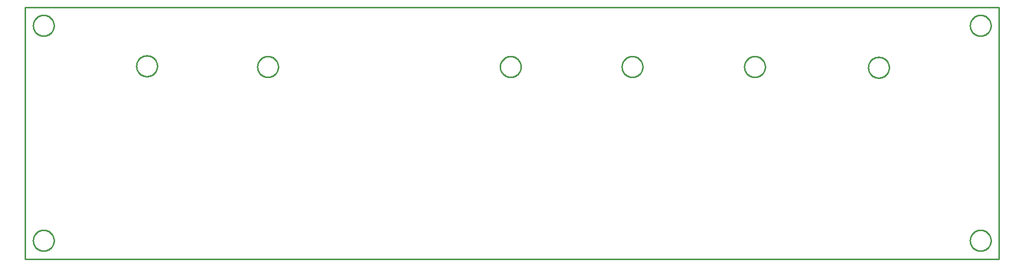
<source format=gbr>
G04 EAGLE Gerber RS-274X export*
G75*
%MOMM*%
%FSLAX34Y34*%
%LPD*%
%IN*%
%IPPOS*%
%AMOC8*
5,1,8,0,0,1.08239X$1,22.5*%
G01*
%ADD10C,0.254000*%


D10*
X0Y0D02*
X1676400Y0D01*
X1676400Y434340D01*
X0Y434340D01*
X0Y0D01*
X49657Y31164D02*
X49580Y29994D01*
X49427Y28831D01*
X49199Y27682D01*
X48895Y26549D01*
X48518Y25439D01*
X48070Y24356D01*
X47551Y23304D01*
X46965Y22289D01*
X46313Y21314D01*
X45600Y20384D01*
X44827Y19502D01*
X43998Y18673D01*
X43116Y17900D01*
X42186Y17187D01*
X41211Y16535D01*
X40196Y15949D01*
X39144Y15430D01*
X38061Y14982D01*
X36951Y14605D01*
X35818Y14301D01*
X34669Y14073D01*
X33506Y13920D01*
X32336Y13843D01*
X31164Y13843D01*
X29994Y13920D01*
X28831Y14073D01*
X27682Y14301D01*
X26549Y14605D01*
X25439Y14982D01*
X24356Y15430D01*
X23304Y15949D01*
X22289Y16535D01*
X21314Y17187D01*
X20384Y17900D01*
X19502Y18673D01*
X18673Y19502D01*
X17900Y20384D01*
X17187Y21314D01*
X16535Y22289D01*
X15949Y23304D01*
X15430Y24356D01*
X14982Y25439D01*
X14605Y26549D01*
X14301Y27682D01*
X14073Y28831D01*
X13920Y29994D01*
X13843Y31164D01*
X13843Y32336D01*
X13920Y33506D01*
X14073Y34669D01*
X14301Y35818D01*
X14605Y36951D01*
X14982Y38061D01*
X15430Y39144D01*
X15949Y40196D01*
X16535Y41211D01*
X17187Y42186D01*
X17900Y43116D01*
X18673Y43998D01*
X19502Y44827D01*
X20384Y45600D01*
X21314Y46313D01*
X22289Y46965D01*
X23304Y47551D01*
X24356Y48070D01*
X25439Y48518D01*
X26549Y48895D01*
X27682Y49199D01*
X28831Y49427D01*
X29994Y49580D01*
X31164Y49657D01*
X32336Y49657D01*
X33506Y49580D01*
X34669Y49427D01*
X35818Y49199D01*
X36951Y48895D01*
X38061Y48518D01*
X39144Y48070D01*
X40196Y47551D01*
X41211Y46965D01*
X42186Y46313D01*
X43116Y45600D01*
X43998Y44827D01*
X44827Y43998D01*
X45600Y43116D01*
X46313Y42186D01*
X46965Y41211D01*
X47551Y40196D01*
X48070Y39144D01*
X48518Y38061D01*
X48895Y36951D01*
X49199Y35818D01*
X49427Y34669D01*
X49580Y33506D01*
X49657Y32336D01*
X49657Y31164D01*
X49657Y402004D02*
X49580Y400834D01*
X49427Y399671D01*
X49199Y398522D01*
X48895Y397389D01*
X48518Y396279D01*
X48070Y395196D01*
X47551Y394144D01*
X46965Y393129D01*
X46313Y392154D01*
X45600Y391224D01*
X44827Y390342D01*
X43998Y389513D01*
X43116Y388740D01*
X42186Y388027D01*
X41211Y387375D01*
X40196Y386789D01*
X39144Y386270D01*
X38061Y385822D01*
X36951Y385445D01*
X35818Y385141D01*
X34669Y384913D01*
X33506Y384760D01*
X32336Y384683D01*
X31164Y384683D01*
X29994Y384760D01*
X28831Y384913D01*
X27682Y385141D01*
X26549Y385445D01*
X25439Y385822D01*
X24356Y386270D01*
X23304Y386789D01*
X22289Y387375D01*
X21314Y388027D01*
X20384Y388740D01*
X19502Y389513D01*
X18673Y390342D01*
X17900Y391224D01*
X17187Y392154D01*
X16535Y393129D01*
X15949Y394144D01*
X15430Y395196D01*
X14982Y396279D01*
X14605Y397389D01*
X14301Y398522D01*
X14073Y399671D01*
X13920Y400834D01*
X13843Y402004D01*
X13843Y403176D01*
X13920Y404346D01*
X14073Y405509D01*
X14301Y406658D01*
X14605Y407791D01*
X14982Y408901D01*
X15430Y409984D01*
X15949Y411036D01*
X16535Y412051D01*
X17187Y413026D01*
X17900Y413956D01*
X18673Y414838D01*
X19502Y415667D01*
X20384Y416440D01*
X21314Y417153D01*
X22289Y417805D01*
X23304Y418391D01*
X24356Y418910D01*
X25439Y419358D01*
X26549Y419735D01*
X27682Y420039D01*
X28831Y420267D01*
X29994Y420420D01*
X31164Y420497D01*
X32336Y420497D01*
X33506Y420420D01*
X34669Y420267D01*
X35818Y420039D01*
X36951Y419735D01*
X38061Y419358D01*
X39144Y418910D01*
X40196Y418391D01*
X41211Y417805D01*
X42186Y417153D01*
X43116Y416440D01*
X43998Y415667D01*
X44827Y414838D01*
X45600Y413956D01*
X46313Y413026D01*
X46965Y412051D01*
X47551Y411036D01*
X48070Y409984D01*
X48518Y408901D01*
X48895Y407791D01*
X49199Y406658D01*
X49427Y405509D01*
X49580Y404346D01*
X49657Y403176D01*
X49657Y402004D01*
X1662557Y402004D02*
X1662480Y400834D01*
X1662327Y399671D01*
X1662099Y398522D01*
X1661795Y397389D01*
X1661418Y396279D01*
X1660970Y395196D01*
X1660451Y394144D01*
X1659865Y393129D01*
X1659213Y392154D01*
X1658500Y391224D01*
X1657727Y390342D01*
X1656898Y389513D01*
X1656016Y388740D01*
X1655086Y388027D01*
X1654111Y387375D01*
X1653096Y386789D01*
X1652044Y386270D01*
X1650961Y385822D01*
X1649851Y385445D01*
X1648718Y385141D01*
X1647569Y384913D01*
X1646406Y384760D01*
X1645236Y384683D01*
X1644064Y384683D01*
X1642894Y384760D01*
X1641731Y384913D01*
X1640582Y385141D01*
X1639449Y385445D01*
X1638339Y385822D01*
X1637256Y386270D01*
X1636204Y386789D01*
X1635189Y387375D01*
X1634214Y388027D01*
X1633284Y388740D01*
X1632402Y389513D01*
X1631573Y390342D01*
X1630800Y391224D01*
X1630087Y392154D01*
X1629435Y393129D01*
X1628849Y394144D01*
X1628330Y395196D01*
X1627882Y396279D01*
X1627505Y397389D01*
X1627201Y398522D01*
X1626973Y399671D01*
X1626820Y400834D01*
X1626743Y402004D01*
X1626743Y403176D01*
X1626820Y404346D01*
X1626973Y405509D01*
X1627201Y406658D01*
X1627505Y407791D01*
X1627882Y408901D01*
X1628330Y409984D01*
X1628849Y411036D01*
X1629435Y412051D01*
X1630087Y413026D01*
X1630800Y413956D01*
X1631573Y414838D01*
X1632402Y415667D01*
X1633284Y416440D01*
X1634214Y417153D01*
X1635189Y417805D01*
X1636204Y418391D01*
X1637256Y418910D01*
X1638339Y419358D01*
X1639449Y419735D01*
X1640582Y420039D01*
X1641731Y420267D01*
X1642894Y420420D01*
X1644064Y420497D01*
X1645236Y420497D01*
X1646406Y420420D01*
X1647569Y420267D01*
X1648718Y420039D01*
X1649851Y419735D01*
X1650961Y419358D01*
X1652044Y418910D01*
X1653096Y418391D01*
X1654111Y417805D01*
X1655086Y417153D01*
X1656016Y416440D01*
X1656898Y415667D01*
X1657727Y414838D01*
X1658500Y413956D01*
X1659213Y413026D01*
X1659865Y412051D01*
X1660451Y411036D01*
X1660970Y409984D01*
X1661418Y408901D01*
X1661795Y407791D01*
X1662099Y406658D01*
X1662327Y405509D01*
X1662480Y404346D01*
X1662557Y403176D01*
X1662557Y402004D01*
X1662557Y31164D02*
X1662480Y29994D01*
X1662327Y28831D01*
X1662099Y27682D01*
X1661795Y26549D01*
X1661418Y25439D01*
X1660970Y24356D01*
X1660451Y23304D01*
X1659865Y22289D01*
X1659213Y21314D01*
X1658500Y20384D01*
X1657727Y19502D01*
X1656898Y18673D01*
X1656016Y17900D01*
X1655086Y17187D01*
X1654111Y16535D01*
X1653096Y15949D01*
X1652044Y15430D01*
X1650961Y14982D01*
X1649851Y14605D01*
X1648718Y14301D01*
X1647569Y14073D01*
X1646406Y13920D01*
X1645236Y13843D01*
X1644064Y13843D01*
X1642894Y13920D01*
X1641731Y14073D01*
X1640582Y14301D01*
X1639449Y14605D01*
X1638339Y14982D01*
X1637256Y15430D01*
X1636204Y15949D01*
X1635189Y16535D01*
X1634214Y17187D01*
X1633284Y17900D01*
X1632402Y18673D01*
X1631573Y19502D01*
X1630800Y20384D01*
X1630087Y21314D01*
X1629435Y22289D01*
X1628849Y23304D01*
X1628330Y24356D01*
X1627882Y25439D01*
X1627505Y26549D01*
X1627201Y27682D01*
X1626973Y28831D01*
X1626820Y29994D01*
X1626743Y31164D01*
X1626743Y32336D01*
X1626820Y33506D01*
X1626973Y34669D01*
X1627201Y35818D01*
X1627505Y36951D01*
X1627882Y38061D01*
X1628330Y39144D01*
X1628849Y40196D01*
X1629435Y41211D01*
X1630087Y42186D01*
X1630800Y43116D01*
X1631573Y43998D01*
X1632402Y44827D01*
X1633284Y45600D01*
X1634214Y46313D01*
X1635189Y46965D01*
X1636204Y47551D01*
X1637256Y48070D01*
X1638339Y48518D01*
X1639449Y48895D01*
X1640582Y49199D01*
X1641731Y49427D01*
X1642894Y49580D01*
X1644064Y49657D01*
X1645236Y49657D01*
X1646406Y49580D01*
X1647569Y49427D01*
X1648718Y49199D01*
X1649851Y48895D01*
X1650961Y48518D01*
X1652044Y48070D01*
X1653096Y47551D01*
X1654111Y46965D01*
X1655086Y46313D01*
X1656016Y45600D01*
X1656898Y44827D01*
X1657727Y43998D01*
X1658500Y43116D01*
X1659213Y42186D01*
X1659865Y41211D01*
X1660451Y40196D01*
X1660970Y39144D01*
X1661418Y38061D01*
X1661795Y36951D01*
X1662099Y35818D01*
X1662327Y34669D01*
X1662480Y33506D01*
X1662557Y32336D01*
X1662557Y31164D01*
X227457Y332154D02*
X227380Y330984D01*
X227227Y329821D01*
X226999Y328672D01*
X226695Y327539D01*
X226318Y326429D01*
X225870Y325346D01*
X225351Y324294D01*
X224765Y323279D01*
X224113Y322304D01*
X223400Y321374D01*
X222627Y320492D01*
X221798Y319663D01*
X220916Y318890D01*
X219986Y318177D01*
X219011Y317525D01*
X217996Y316939D01*
X216944Y316420D01*
X215861Y315972D01*
X214751Y315595D01*
X213618Y315291D01*
X212469Y315063D01*
X211306Y314910D01*
X210136Y314833D01*
X208964Y314833D01*
X207794Y314910D01*
X206631Y315063D01*
X205482Y315291D01*
X204349Y315595D01*
X203239Y315972D01*
X202156Y316420D01*
X201104Y316939D01*
X200089Y317525D01*
X199114Y318177D01*
X198184Y318890D01*
X197302Y319663D01*
X196473Y320492D01*
X195700Y321374D01*
X194987Y322304D01*
X194335Y323279D01*
X193749Y324294D01*
X193230Y325346D01*
X192782Y326429D01*
X192405Y327539D01*
X192101Y328672D01*
X191873Y329821D01*
X191720Y330984D01*
X191643Y332154D01*
X191643Y333326D01*
X191720Y334496D01*
X191873Y335659D01*
X192101Y336808D01*
X192405Y337941D01*
X192782Y339051D01*
X193230Y340134D01*
X193749Y341186D01*
X194335Y342201D01*
X194987Y343176D01*
X195700Y344106D01*
X196473Y344988D01*
X197302Y345817D01*
X198184Y346590D01*
X199114Y347303D01*
X200089Y347955D01*
X201104Y348541D01*
X202156Y349060D01*
X203239Y349508D01*
X204349Y349885D01*
X205482Y350189D01*
X206631Y350417D01*
X207794Y350570D01*
X208964Y350647D01*
X210136Y350647D01*
X211306Y350570D01*
X212469Y350417D01*
X213618Y350189D01*
X214751Y349885D01*
X215861Y349508D01*
X216944Y349060D01*
X217996Y348541D01*
X219011Y347955D01*
X219986Y347303D01*
X220916Y346590D01*
X221798Y345817D01*
X222627Y344988D01*
X223400Y344106D01*
X224113Y343176D01*
X224765Y342201D01*
X225351Y341186D01*
X225870Y340134D01*
X226318Y339051D01*
X226695Y337941D01*
X226999Y336808D01*
X227227Y335659D01*
X227380Y334496D01*
X227457Y333326D01*
X227457Y332154D01*
X435737Y330884D02*
X435660Y329714D01*
X435507Y328551D01*
X435279Y327402D01*
X434975Y326269D01*
X434598Y325159D01*
X434150Y324076D01*
X433631Y323024D01*
X433045Y322009D01*
X432393Y321034D01*
X431680Y320104D01*
X430907Y319222D01*
X430078Y318393D01*
X429196Y317620D01*
X428266Y316907D01*
X427291Y316255D01*
X426276Y315669D01*
X425224Y315150D01*
X424141Y314702D01*
X423031Y314325D01*
X421898Y314021D01*
X420749Y313793D01*
X419586Y313640D01*
X418416Y313563D01*
X417244Y313563D01*
X416074Y313640D01*
X414911Y313793D01*
X413762Y314021D01*
X412629Y314325D01*
X411519Y314702D01*
X410436Y315150D01*
X409384Y315669D01*
X408369Y316255D01*
X407394Y316907D01*
X406464Y317620D01*
X405582Y318393D01*
X404753Y319222D01*
X403980Y320104D01*
X403267Y321034D01*
X402615Y322009D01*
X402029Y323024D01*
X401510Y324076D01*
X401062Y325159D01*
X400685Y326269D01*
X400381Y327402D01*
X400153Y328551D01*
X400000Y329714D01*
X399923Y330884D01*
X399923Y332056D01*
X400000Y333226D01*
X400153Y334389D01*
X400381Y335538D01*
X400685Y336671D01*
X401062Y337781D01*
X401510Y338864D01*
X402029Y339916D01*
X402615Y340931D01*
X403267Y341906D01*
X403980Y342836D01*
X404753Y343718D01*
X405582Y344547D01*
X406464Y345320D01*
X407394Y346033D01*
X408369Y346685D01*
X409384Y347271D01*
X410436Y347790D01*
X411519Y348238D01*
X412629Y348615D01*
X413762Y348919D01*
X414911Y349147D01*
X416074Y349300D01*
X417244Y349377D01*
X418416Y349377D01*
X419586Y349300D01*
X420749Y349147D01*
X421898Y348919D01*
X423031Y348615D01*
X424141Y348238D01*
X425224Y347790D01*
X426276Y347271D01*
X427291Y346685D01*
X428266Y346033D01*
X429196Y345320D01*
X430078Y344547D01*
X430907Y343718D01*
X431680Y342836D01*
X432393Y341906D01*
X433045Y340931D01*
X433631Y339916D01*
X434150Y338864D01*
X434598Y337781D01*
X434975Y336671D01*
X435279Y335538D01*
X435507Y334389D01*
X435660Y333226D01*
X435737Y332056D01*
X435737Y330884D01*
X1063117Y330884D02*
X1063040Y329714D01*
X1062887Y328551D01*
X1062659Y327402D01*
X1062355Y326269D01*
X1061978Y325159D01*
X1061530Y324076D01*
X1061011Y323024D01*
X1060425Y322009D01*
X1059773Y321034D01*
X1059060Y320104D01*
X1058287Y319222D01*
X1057458Y318393D01*
X1056576Y317620D01*
X1055646Y316907D01*
X1054671Y316255D01*
X1053656Y315669D01*
X1052604Y315150D01*
X1051521Y314702D01*
X1050411Y314325D01*
X1049278Y314021D01*
X1048129Y313793D01*
X1046966Y313640D01*
X1045796Y313563D01*
X1044624Y313563D01*
X1043454Y313640D01*
X1042291Y313793D01*
X1041142Y314021D01*
X1040009Y314325D01*
X1038899Y314702D01*
X1037816Y315150D01*
X1036764Y315669D01*
X1035749Y316255D01*
X1034774Y316907D01*
X1033844Y317620D01*
X1032962Y318393D01*
X1032133Y319222D01*
X1031360Y320104D01*
X1030647Y321034D01*
X1029995Y322009D01*
X1029409Y323024D01*
X1028890Y324076D01*
X1028442Y325159D01*
X1028065Y326269D01*
X1027761Y327402D01*
X1027533Y328551D01*
X1027380Y329714D01*
X1027303Y330884D01*
X1027303Y332056D01*
X1027380Y333226D01*
X1027533Y334389D01*
X1027761Y335538D01*
X1028065Y336671D01*
X1028442Y337781D01*
X1028890Y338864D01*
X1029409Y339916D01*
X1029995Y340931D01*
X1030647Y341906D01*
X1031360Y342836D01*
X1032133Y343718D01*
X1032962Y344547D01*
X1033844Y345320D01*
X1034774Y346033D01*
X1035749Y346685D01*
X1036764Y347271D01*
X1037816Y347790D01*
X1038899Y348238D01*
X1040009Y348615D01*
X1041142Y348919D01*
X1042291Y349147D01*
X1043454Y349300D01*
X1044624Y349377D01*
X1045796Y349377D01*
X1046966Y349300D01*
X1048129Y349147D01*
X1049278Y348919D01*
X1050411Y348615D01*
X1051521Y348238D01*
X1052604Y347790D01*
X1053656Y347271D01*
X1054671Y346685D01*
X1055646Y346033D01*
X1056576Y345320D01*
X1057458Y344547D01*
X1058287Y343718D01*
X1059060Y342836D01*
X1059773Y341906D01*
X1060425Y340931D01*
X1061011Y339916D01*
X1061530Y338864D01*
X1061978Y337781D01*
X1062355Y336671D01*
X1062659Y335538D01*
X1062887Y334389D01*
X1063040Y333226D01*
X1063117Y332056D01*
X1063117Y330884D01*
X853567Y330884D02*
X853490Y329714D01*
X853337Y328551D01*
X853109Y327402D01*
X852805Y326269D01*
X852428Y325159D01*
X851980Y324076D01*
X851461Y323024D01*
X850875Y322009D01*
X850223Y321034D01*
X849510Y320104D01*
X848737Y319222D01*
X847908Y318393D01*
X847026Y317620D01*
X846096Y316907D01*
X845121Y316255D01*
X844106Y315669D01*
X843054Y315150D01*
X841971Y314702D01*
X840861Y314325D01*
X839728Y314021D01*
X838579Y313793D01*
X837416Y313640D01*
X836246Y313563D01*
X835074Y313563D01*
X833904Y313640D01*
X832741Y313793D01*
X831592Y314021D01*
X830459Y314325D01*
X829349Y314702D01*
X828266Y315150D01*
X827214Y315669D01*
X826199Y316255D01*
X825224Y316907D01*
X824294Y317620D01*
X823412Y318393D01*
X822583Y319222D01*
X821810Y320104D01*
X821097Y321034D01*
X820445Y322009D01*
X819859Y323024D01*
X819340Y324076D01*
X818892Y325159D01*
X818515Y326269D01*
X818211Y327402D01*
X817983Y328551D01*
X817830Y329714D01*
X817753Y330884D01*
X817753Y332056D01*
X817830Y333226D01*
X817983Y334389D01*
X818211Y335538D01*
X818515Y336671D01*
X818892Y337781D01*
X819340Y338864D01*
X819859Y339916D01*
X820445Y340931D01*
X821097Y341906D01*
X821810Y342836D01*
X822583Y343718D01*
X823412Y344547D01*
X824294Y345320D01*
X825224Y346033D01*
X826199Y346685D01*
X827214Y347271D01*
X828266Y347790D01*
X829349Y348238D01*
X830459Y348615D01*
X831592Y348919D01*
X832741Y349147D01*
X833904Y349300D01*
X835074Y349377D01*
X836246Y349377D01*
X837416Y349300D01*
X838579Y349147D01*
X839728Y348919D01*
X840861Y348615D01*
X841971Y348238D01*
X843054Y347790D01*
X844106Y347271D01*
X845121Y346685D01*
X846096Y346033D01*
X847026Y345320D01*
X847908Y344547D01*
X848737Y343718D01*
X849510Y342836D01*
X850223Y341906D01*
X850875Y340931D01*
X851461Y339916D01*
X851980Y338864D01*
X852428Y337781D01*
X852805Y336671D01*
X853109Y335538D01*
X853337Y334389D01*
X853490Y333226D01*
X853567Y332056D01*
X853567Y330884D01*
X1273937Y330884D02*
X1273860Y329714D01*
X1273707Y328551D01*
X1273479Y327402D01*
X1273175Y326269D01*
X1272798Y325159D01*
X1272350Y324076D01*
X1271831Y323024D01*
X1271245Y322009D01*
X1270593Y321034D01*
X1269880Y320104D01*
X1269107Y319222D01*
X1268278Y318393D01*
X1267396Y317620D01*
X1266466Y316907D01*
X1265491Y316255D01*
X1264476Y315669D01*
X1263424Y315150D01*
X1262341Y314702D01*
X1261231Y314325D01*
X1260098Y314021D01*
X1258949Y313793D01*
X1257786Y313640D01*
X1256616Y313563D01*
X1255444Y313563D01*
X1254274Y313640D01*
X1253111Y313793D01*
X1251962Y314021D01*
X1250829Y314325D01*
X1249719Y314702D01*
X1248636Y315150D01*
X1247584Y315669D01*
X1246569Y316255D01*
X1245594Y316907D01*
X1244664Y317620D01*
X1243782Y318393D01*
X1242953Y319222D01*
X1242180Y320104D01*
X1241467Y321034D01*
X1240815Y322009D01*
X1240229Y323024D01*
X1239710Y324076D01*
X1239262Y325159D01*
X1238885Y326269D01*
X1238581Y327402D01*
X1238353Y328551D01*
X1238200Y329714D01*
X1238123Y330884D01*
X1238123Y332056D01*
X1238200Y333226D01*
X1238353Y334389D01*
X1238581Y335538D01*
X1238885Y336671D01*
X1239262Y337781D01*
X1239710Y338864D01*
X1240229Y339916D01*
X1240815Y340931D01*
X1241467Y341906D01*
X1242180Y342836D01*
X1242953Y343718D01*
X1243782Y344547D01*
X1244664Y345320D01*
X1245594Y346033D01*
X1246569Y346685D01*
X1247584Y347271D01*
X1248636Y347790D01*
X1249719Y348238D01*
X1250829Y348615D01*
X1251962Y348919D01*
X1253111Y349147D01*
X1254274Y349300D01*
X1255444Y349377D01*
X1256616Y349377D01*
X1257786Y349300D01*
X1258949Y349147D01*
X1260098Y348919D01*
X1261231Y348615D01*
X1262341Y348238D01*
X1263424Y347790D01*
X1264476Y347271D01*
X1265491Y346685D01*
X1266466Y346033D01*
X1267396Y345320D01*
X1268278Y344547D01*
X1269107Y343718D01*
X1269880Y342836D01*
X1270593Y341906D01*
X1271245Y340931D01*
X1271831Y339916D01*
X1272350Y338864D01*
X1272798Y337781D01*
X1273175Y336671D01*
X1273479Y335538D01*
X1273707Y334389D01*
X1273860Y333226D01*
X1273937Y332056D01*
X1273937Y330884D01*
X1487297Y329614D02*
X1487220Y328444D01*
X1487067Y327281D01*
X1486839Y326132D01*
X1486535Y324999D01*
X1486158Y323889D01*
X1485710Y322806D01*
X1485191Y321754D01*
X1484605Y320739D01*
X1483953Y319764D01*
X1483240Y318834D01*
X1482467Y317952D01*
X1481638Y317123D01*
X1480756Y316350D01*
X1479826Y315637D01*
X1478851Y314985D01*
X1477836Y314399D01*
X1476784Y313880D01*
X1475701Y313432D01*
X1474591Y313055D01*
X1473458Y312751D01*
X1472309Y312523D01*
X1471146Y312370D01*
X1469976Y312293D01*
X1468804Y312293D01*
X1467634Y312370D01*
X1466471Y312523D01*
X1465322Y312751D01*
X1464189Y313055D01*
X1463079Y313432D01*
X1461996Y313880D01*
X1460944Y314399D01*
X1459929Y314985D01*
X1458954Y315637D01*
X1458024Y316350D01*
X1457142Y317123D01*
X1456313Y317952D01*
X1455540Y318834D01*
X1454827Y319764D01*
X1454175Y320739D01*
X1453589Y321754D01*
X1453070Y322806D01*
X1452622Y323889D01*
X1452245Y324999D01*
X1451941Y326132D01*
X1451713Y327281D01*
X1451560Y328444D01*
X1451483Y329614D01*
X1451483Y330786D01*
X1451560Y331956D01*
X1451713Y333119D01*
X1451941Y334268D01*
X1452245Y335401D01*
X1452622Y336511D01*
X1453070Y337594D01*
X1453589Y338646D01*
X1454175Y339661D01*
X1454827Y340636D01*
X1455540Y341566D01*
X1456313Y342448D01*
X1457142Y343277D01*
X1458024Y344050D01*
X1458954Y344763D01*
X1459929Y345415D01*
X1460944Y346001D01*
X1461996Y346520D01*
X1463079Y346968D01*
X1464189Y347345D01*
X1465322Y347649D01*
X1466471Y347877D01*
X1467634Y348030D01*
X1468804Y348107D01*
X1469976Y348107D01*
X1471146Y348030D01*
X1472309Y347877D01*
X1473458Y347649D01*
X1474591Y347345D01*
X1475701Y346968D01*
X1476784Y346520D01*
X1477836Y346001D01*
X1478851Y345415D01*
X1479826Y344763D01*
X1480756Y344050D01*
X1481638Y343277D01*
X1482467Y342448D01*
X1483240Y341566D01*
X1483953Y340636D01*
X1484605Y339661D01*
X1485191Y338646D01*
X1485710Y337594D01*
X1486158Y336511D01*
X1486535Y335401D01*
X1486839Y334268D01*
X1487067Y333119D01*
X1487220Y331956D01*
X1487297Y330786D01*
X1487297Y329614D01*
M02*

</source>
